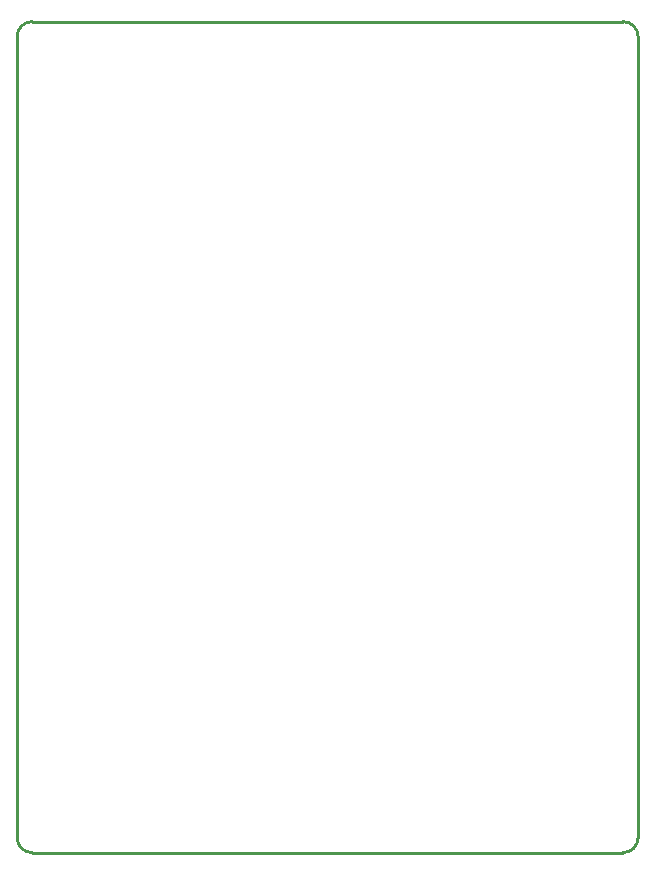
<source format=gbr>
G04 #@! TF.GenerationSoftware,KiCad,Pcbnew,(5.1.5)-3*
G04 #@! TF.CreationDate,2020-01-11T04:19:27+07:00*
G04 #@! TF.ProjectId,main,6d61696e-2e6b-4696-9361-645f70636258,1.3*
G04 #@! TF.SameCoordinates,Original*
G04 #@! TF.FileFunction,Profile,NP*
%FSLAX46Y46*%
G04 Gerber Fmt 4.6, Leading zero omitted, Abs format (unit mm)*
G04 Created by KiCad (PCBNEW (5.1.5)-3) date 2020-01-11 04:19:27*
%MOMM*%
%LPD*%
G04 APERTURE LIST*
%ADD10C,0.250000*%
G04 APERTURE END LIST*
D10*
X151384000Y-127508000D02*
G75*
G02X150114000Y-128778000I-1270000J0D01*
G01*
X100076000Y-128778000D02*
G75*
G02X98806000Y-127508000I0J1270000D01*
G01*
X98806000Y-59690000D02*
G75*
G02X100076000Y-58420000I1270000J0D01*
G01*
X150114000Y-58420000D02*
G75*
G02X151384000Y-59690000I0J-1270000D01*
G01*
X98806000Y-59690000D02*
X98806000Y-127508000D01*
X98806000Y-127508000D02*
X98806000Y-127508000D01*
X150114000Y-128778000D02*
X100076000Y-128778000D01*
X98806000Y-59690000D02*
X98806000Y-59690000D01*
X109728000Y-58420000D02*
X100076000Y-58420000D01*
X109728000Y-58420000D02*
X150114000Y-58420000D01*
X151384000Y-127508000D02*
X151384000Y-59690000D01*
M02*

</source>
